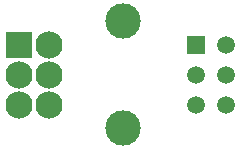
<source format=gbr>
G04 DipTrace 2.4.0.2*
%INBottomMask.gbr*%
%MOIN*%
%ADD16C,0.0906*%
%ADD17R,0.0906X0.0906*%
%ADD18C,0.0591*%
%ADD19R,0.0591X0.0591*%
%ADD22C,0.1181*%
%FSLAX44Y44*%
G04*
G70*
G90*
G75*
G01*
%LNBotMask*%
%LPD*%
D22*
X4921Y4724D3*
Y1181D3*
D16*
X2469Y3953D3*
D17*
X1469D3*
D16*
X2469Y2953D3*
X1469D3*
X2469Y1953D3*
X1469D3*
D18*
X8374Y3953D3*
D19*
X7374D3*
D18*
X8374Y2953D3*
X7374D3*
X8374Y1953D3*
X7374D3*
M02*

</source>
